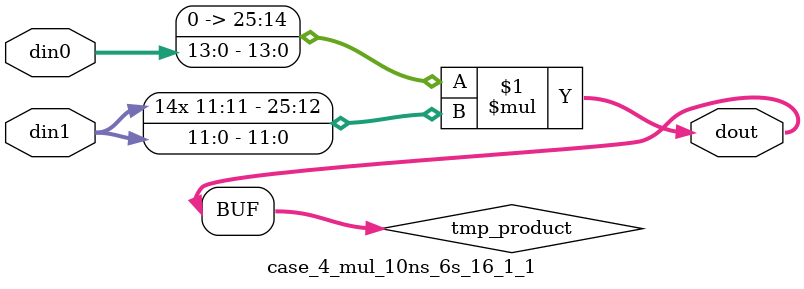
<source format=v>

`timescale 1 ns / 1 ps

 (* use_dsp = "no" *)  module case_4_mul_10ns_6s_16_1_1(din0, din1, dout);
parameter ID = 1;
parameter NUM_STAGE = 0;
parameter din0_WIDTH = 14;
parameter din1_WIDTH = 12;
parameter dout_WIDTH = 26;

input [din0_WIDTH - 1 : 0] din0; 
input [din1_WIDTH - 1 : 0] din1; 
output [dout_WIDTH - 1 : 0] dout;

wire signed [dout_WIDTH - 1 : 0] tmp_product;

























assign tmp_product = $signed({1'b0, din0}) * $signed(din1);










assign dout = tmp_product;





















endmodule

</source>
